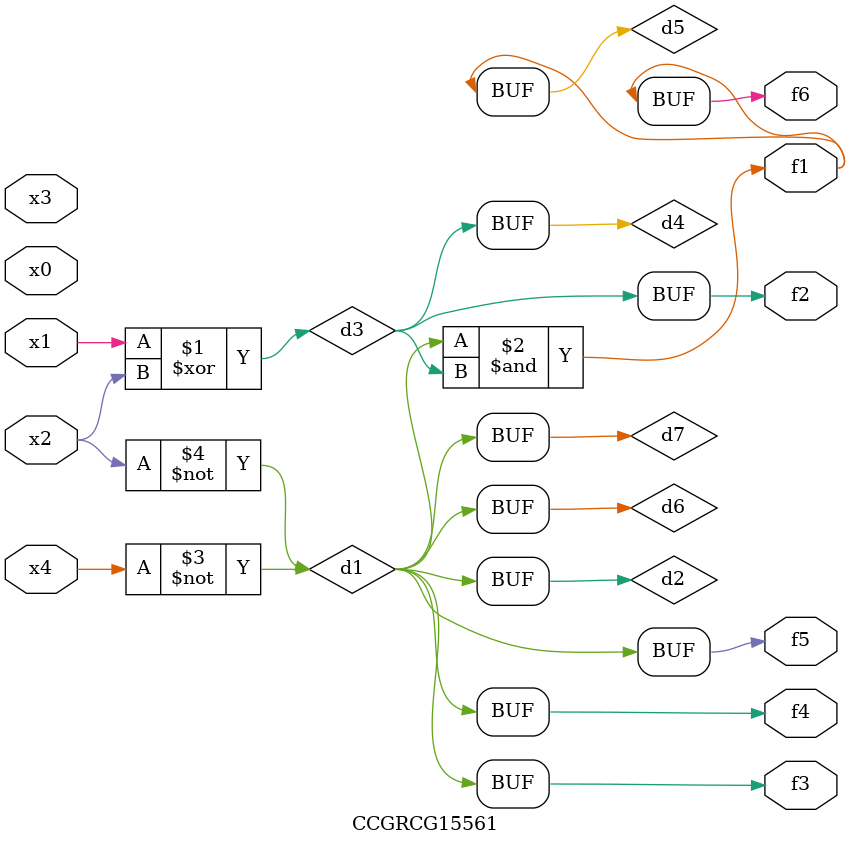
<source format=v>
module CCGRCG15561(
	input x0, x1, x2, x3, x4,
	output f1, f2, f3, f4, f5, f6
);

	wire d1, d2, d3, d4, d5, d6, d7;

	not (d1, x4);
	not (d2, x2);
	xor (d3, x1, x2);
	buf (d4, d3);
	and (d5, d1, d3);
	buf (d6, d1, d2);
	buf (d7, d2);
	assign f1 = d5;
	assign f2 = d4;
	assign f3 = d7;
	assign f4 = d7;
	assign f5 = d7;
	assign f6 = d5;
endmodule

</source>
